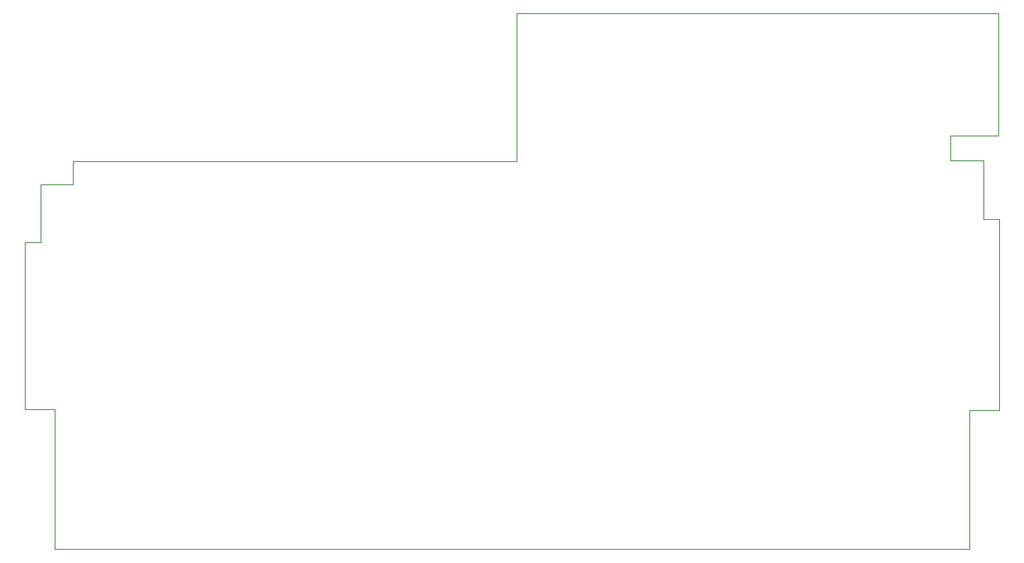
<source format=gm1>
G04 #@! TF.GenerationSoftware,KiCad,Pcbnew,(5.1.9)-1*
G04 #@! TF.CreationDate,2022-06-09T21:59:55-07:00*
G04 #@! TF.ProjectId,NES-CN-ROM-256-05,4e45532d-434e-42d5-924f-4d2d3235362d,v01.1*
G04 #@! TF.SameCoordinates,Original*
G04 #@! TF.FileFunction,Profile,NP*
%FSLAX46Y46*%
G04 Gerber Fmt 4.6, Leading zero omitted, Abs format (unit mm)*
G04 Created by KiCad (PCBNEW (5.1.9)-1) date 2022-06-09 21:59:55*
%MOMM*%
%LPD*%
G01*
G04 APERTURE LIST*
G04 #@! TA.AperFunction,Profile*
%ADD10C,0.050000*%
G04 #@! TD*
G04 APERTURE END LIST*
D10*
X116500000Y-110650000D02*
X116500000Y-110700000D01*
X113400000Y-110650000D02*
X116500000Y-110650000D01*
X113400000Y-93550000D02*
X113400000Y-110650000D01*
X115050000Y-93550000D02*
X113400000Y-93550000D01*
X115050000Y-87650000D02*
X115050000Y-93550000D01*
X118300000Y-87650000D02*
X115050000Y-87650000D01*
X118300000Y-85250000D02*
X118300000Y-87650000D01*
X163700000Y-85250000D02*
X118300000Y-85250000D01*
X163700000Y-70100000D02*
X163700000Y-85250000D01*
X212950000Y-70100000D02*
X163700000Y-70100000D01*
X212950000Y-82600000D02*
X212950000Y-70100000D01*
X208100000Y-82600000D02*
X212950000Y-82600000D01*
X208100000Y-85200000D02*
X208100000Y-82600000D01*
X211500000Y-85200000D02*
X208100000Y-85200000D01*
X211500000Y-91200000D02*
X211500000Y-85200000D01*
X213100000Y-91200000D02*
X211500000Y-91200000D01*
X213100000Y-110700000D02*
X213100000Y-91200000D01*
X210000000Y-110700000D02*
X213100000Y-110700000D01*
X210000000Y-125000000D02*
X210000000Y-110700000D01*
X116500000Y-125000000D02*
X210000000Y-125000000D01*
X116500000Y-110700000D02*
X116500000Y-125000000D01*
M02*

</source>
